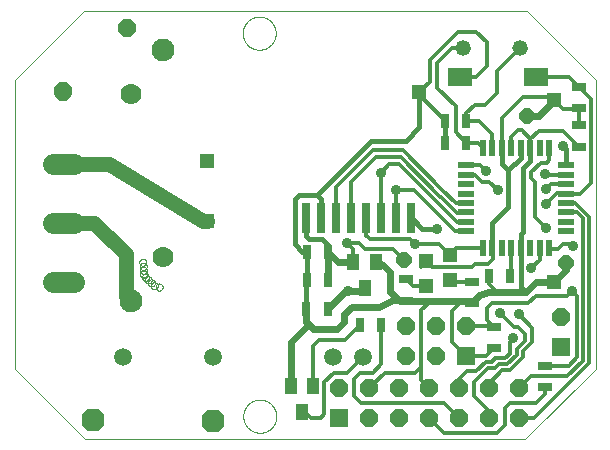
<source format=gtl>
G75*
%MOIN*%
%OFA0B0*%
%FSLAX25Y25*%
%IPPOS*%
%LPD*%
%AMOC8*
5,1,8,0,0,1.08239X$1,22.5*
%
%ADD10C,0.00000*%
%ADD11R,0.02000X0.05800*%
%ADD12R,0.05800X0.02000*%
%ADD13R,0.03150X0.04724*%
%ADD14R,0.04724X0.03150*%
%ADD15C,0.07600*%
%ADD16C,0.07000*%
%ADD17C,0.05200*%
%ADD18R,0.07874X0.06299*%
%ADD19C,0.01187*%
%ADD20R,0.04724X0.04724*%
%ADD21C,0.07050*%
%ADD22R,0.06000X0.06000*%
%ADD23OC8,0.06000*%
%ADD24OC8,0.07600*%
%ADD25OC8,0.05150*%
%ADD26R,0.03000X0.10000*%
%ADD27R,0.05150X0.05150*%
%ADD28R,0.03937X0.05512*%
%ADD29C,0.05937*%
%ADD30C,0.05000*%
%ADD31C,0.03562*%
%ADD32C,0.01600*%
%ADD33C,0.01200*%
%ADD34C,0.02400*%
D10*
X0001855Y0024792D02*
X0025398Y0001249D01*
X0172170Y0001249D01*
X0195713Y0024792D01*
X0195713Y0120934D01*
X0172564Y0144083D01*
X0025005Y0144083D01*
X0001855Y0120934D01*
X0001855Y0024792D01*
X0043627Y0056328D02*
X0043629Y0056397D01*
X0043635Y0056465D01*
X0043645Y0056533D01*
X0043659Y0056600D01*
X0043677Y0056667D01*
X0043698Y0056732D01*
X0043724Y0056796D01*
X0043753Y0056858D01*
X0043785Y0056918D01*
X0043821Y0056977D01*
X0043861Y0057033D01*
X0043903Y0057087D01*
X0043949Y0057138D01*
X0043998Y0057187D01*
X0044049Y0057233D01*
X0044103Y0057275D01*
X0044159Y0057315D01*
X0044217Y0057351D01*
X0044278Y0057383D01*
X0044340Y0057412D01*
X0044404Y0057438D01*
X0044469Y0057459D01*
X0044536Y0057477D01*
X0044603Y0057491D01*
X0044671Y0057501D01*
X0044739Y0057507D01*
X0044808Y0057509D01*
X0044877Y0057507D01*
X0044945Y0057501D01*
X0045013Y0057491D01*
X0045080Y0057477D01*
X0045147Y0057459D01*
X0045212Y0057438D01*
X0045276Y0057412D01*
X0045338Y0057383D01*
X0045398Y0057351D01*
X0045457Y0057315D01*
X0045513Y0057275D01*
X0045567Y0057233D01*
X0045618Y0057187D01*
X0045667Y0057138D01*
X0045713Y0057087D01*
X0045755Y0057033D01*
X0045795Y0056977D01*
X0045831Y0056918D01*
X0045863Y0056858D01*
X0045892Y0056796D01*
X0045918Y0056732D01*
X0045939Y0056667D01*
X0045957Y0056600D01*
X0045971Y0056533D01*
X0045981Y0056465D01*
X0045987Y0056397D01*
X0045989Y0056328D01*
X0045987Y0056259D01*
X0045981Y0056191D01*
X0045971Y0056123D01*
X0045957Y0056056D01*
X0045939Y0055989D01*
X0045918Y0055924D01*
X0045892Y0055860D01*
X0045863Y0055798D01*
X0045831Y0055737D01*
X0045795Y0055679D01*
X0045755Y0055623D01*
X0045713Y0055569D01*
X0045667Y0055518D01*
X0045618Y0055469D01*
X0045567Y0055423D01*
X0045513Y0055381D01*
X0045457Y0055341D01*
X0045399Y0055305D01*
X0045338Y0055273D01*
X0045276Y0055244D01*
X0045212Y0055218D01*
X0045147Y0055197D01*
X0045080Y0055179D01*
X0045013Y0055165D01*
X0044945Y0055155D01*
X0044877Y0055149D01*
X0044808Y0055147D01*
X0044739Y0055149D01*
X0044671Y0055155D01*
X0044603Y0055165D01*
X0044536Y0055179D01*
X0044469Y0055197D01*
X0044404Y0055218D01*
X0044340Y0055244D01*
X0044278Y0055273D01*
X0044217Y0055305D01*
X0044159Y0055341D01*
X0044103Y0055381D01*
X0044049Y0055423D01*
X0043998Y0055469D01*
X0043949Y0055518D01*
X0043903Y0055569D01*
X0043861Y0055623D01*
X0043821Y0055679D01*
X0043785Y0055737D01*
X0043753Y0055798D01*
X0043724Y0055860D01*
X0043698Y0055924D01*
X0043677Y0055989D01*
X0043659Y0056056D01*
X0043645Y0056123D01*
X0043635Y0056191D01*
X0043629Y0056259D01*
X0043627Y0056328D01*
X0043528Y0057607D02*
X0043530Y0057676D01*
X0043536Y0057744D01*
X0043546Y0057812D01*
X0043560Y0057879D01*
X0043578Y0057946D01*
X0043599Y0058011D01*
X0043625Y0058075D01*
X0043654Y0058137D01*
X0043686Y0058197D01*
X0043722Y0058256D01*
X0043762Y0058312D01*
X0043804Y0058366D01*
X0043850Y0058417D01*
X0043899Y0058466D01*
X0043950Y0058512D01*
X0044004Y0058554D01*
X0044060Y0058594D01*
X0044118Y0058630D01*
X0044179Y0058662D01*
X0044241Y0058691D01*
X0044305Y0058717D01*
X0044370Y0058738D01*
X0044437Y0058756D01*
X0044504Y0058770D01*
X0044572Y0058780D01*
X0044640Y0058786D01*
X0044709Y0058788D01*
X0044778Y0058786D01*
X0044846Y0058780D01*
X0044914Y0058770D01*
X0044981Y0058756D01*
X0045048Y0058738D01*
X0045113Y0058717D01*
X0045177Y0058691D01*
X0045239Y0058662D01*
X0045299Y0058630D01*
X0045358Y0058594D01*
X0045414Y0058554D01*
X0045468Y0058512D01*
X0045519Y0058466D01*
X0045568Y0058417D01*
X0045614Y0058366D01*
X0045656Y0058312D01*
X0045696Y0058256D01*
X0045732Y0058197D01*
X0045764Y0058137D01*
X0045793Y0058075D01*
X0045819Y0058011D01*
X0045840Y0057946D01*
X0045858Y0057879D01*
X0045872Y0057812D01*
X0045882Y0057744D01*
X0045888Y0057676D01*
X0045890Y0057607D01*
X0045888Y0057538D01*
X0045882Y0057470D01*
X0045872Y0057402D01*
X0045858Y0057335D01*
X0045840Y0057268D01*
X0045819Y0057203D01*
X0045793Y0057139D01*
X0045764Y0057077D01*
X0045732Y0057016D01*
X0045696Y0056958D01*
X0045656Y0056902D01*
X0045614Y0056848D01*
X0045568Y0056797D01*
X0045519Y0056748D01*
X0045468Y0056702D01*
X0045414Y0056660D01*
X0045358Y0056620D01*
X0045300Y0056584D01*
X0045239Y0056552D01*
X0045177Y0056523D01*
X0045113Y0056497D01*
X0045048Y0056476D01*
X0044981Y0056458D01*
X0044914Y0056444D01*
X0044846Y0056434D01*
X0044778Y0056428D01*
X0044709Y0056426D01*
X0044640Y0056428D01*
X0044572Y0056434D01*
X0044504Y0056444D01*
X0044437Y0056458D01*
X0044370Y0056476D01*
X0044305Y0056497D01*
X0044241Y0056523D01*
X0044179Y0056552D01*
X0044118Y0056584D01*
X0044060Y0056620D01*
X0044004Y0056660D01*
X0043950Y0056702D01*
X0043899Y0056748D01*
X0043850Y0056797D01*
X0043804Y0056848D01*
X0043762Y0056902D01*
X0043722Y0056958D01*
X0043686Y0057016D01*
X0043654Y0057077D01*
X0043625Y0057139D01*
X0043599Y0057203D01*
X0043578Y0057268D01*
X0043560Y0057335D01*
X0043546Y0057402D01*
X0043536Y0057470D01*
X0043530Y0057538D01*
X0043528Y0057607D01*
X0043528Y0058887D02*
X0043530Y0058956D01*
X0043536Y0059024D01*
X0043546Y0059092D01*
X0043560Y0059159D01*
X0043578Y0059226D01*
X0043599Y0059291D01*
X0043625Y0059355D01*
X0043654Y0059417D01*
X0043686Y0059477D01*
X0043722Y0059536D01*
X0043762Y0059592D01*
X0043804Y0059646D01*
X0043850Y0059697D01*
X0043899Y0059746D01*
X0043950Y0059792D01*
X0044004Y0059834D01*
X0044060Y0059874D01*
X0044118Y0059910D01*
X0044179Y0059942D01*
X0044241Y0059971D01*
X0044305Y0059997D01*
X0044370Y0060018D01*
X0044437Y0060036D01*
X0044504Y0060050D01*
X0044572Y0060060D01*
X0044640Y0060066D01*
X0044709Y0060068D01*
X0044778Y0060066D01*
X0044846Y0060060D01*
X0044914Y0060050D01*
X0044981Y0060036D01*
X0045048Y0060018D01*
X0045113Y0059997D01*
X0045177Y0059971D01*
X0045239Y0059942D01*
X0045299Y0059910D01*
X0045358Y0059874D01*
X0045414Y0059834D01*
X0045468Y0059792D01*
X0045519Y0059746D01*
X0045568Y0059697D01*
X0045614Y0059646D01*
X0045656Y0059592D01*
X0045696Y0059536D01*
X0045732Y0059477D01*
X0045764Y0059417D01*
X0045793Y0059355D01*
X0045819Y0059291D01*
X0045840Y0059226D01*
X0045858Y0059159D01*
X0045872Y0059092D01*
X0045882Y0059024D01*
X0045888Y0058956D01*
X0045890Y0058887D01*
X0045888Y0058818D01*
X0045882Y0058750D01*
X0045872Y0058682D01*
X0045858Y0058615D01*
X0045840Y0058548D01*
X0045819Y0058483D01*
X0045793Y0058419D01*
X0045764Y0058357D01*
X0045732Y0058296D01*
X0045696Y0058238D01*
X0045656Y0058182D01*
X0045614Y0058128D01*
X0045568Y0058077D01*
X0045519Y0058028D01*
X0045468Y0057982D01*
X0045414Y0057940D01*
X0045358Y0057900D01*
X0045300Y0057864D01*
X0045239Y0057832D01*
X0045177Y0057803D01*
X0045113Y0057777D01*
X0045048Y0057756D01*
X0044981Y0057738D01*
X0044914Y0057724D01*
X0044846Y0057714D01*
X0044778Y0057708D01*
X0044709Y0057706D01*
X0044640Y0057708D01*
X0044572Y0057714D01*
X0044504Y0057724D01*
X0044437Y0057738D01*
X0044370Y0057756D01*
X0044305Y0057777D01*
X0044241Y0057803D01*
X0044179Y0057832D01*
X0044118Y0057864D01*
X0044060Y0057900D01*
X0044004Y0057940D01*
X0043950Y0057982D01*
X0043899Y0058028D01*
X0043850Y0058077D01*
X0043804Y0058128D01*
X0043762Y0058182D01*
X0043722Y0058238D01*
X0043686Y0058296D01*
X0043654Y0058357D01*
X0043625Y0058419D01*
X0043599Y0058483D01*
X0043578Y0058548D01*
X0043560Y0058615D01*
X0043546Y0058682D01*
X0043536Y0058750D01*
X0043530Y0058818D01*
X0043528Y0058887D01*
X0043430Y0060265D02*
X0043432Y0060334D01*
X0043438Y0060402D01*
X0043448Y0060470D01*
X0043462Y0060537D01*
X0043480Y0060604D01*
X0043501Y0060669D01*
X0043527Y0060733D01*
X0043556Y0060795D01*
X0043588Y0060855D01*
X0043624Y0060914D01*
X0043664Y0060970D01*
X0043706Y0061024D01*
X0043752Y0061075D01*
X0043801Y0061124D01*
X0043852Y0061170D01*
X0043906Y0061212D01*
X0043962Y0061252D01*
X0044020Y0061288D01*
X0044081Y0061320D01*
X0044143Y0061349D01*
X0044207Y0061375D01*
X0044272Y0061396D01*
X0044339Y0061414D01*
X0044406Y0061428D01*
X0044474Y0061438D01*
X0044542Y0061444D01*
X0044611Y0061446D01*
X0044680Y0061444D01*
X0044748Y0061438D01*
X0044816Y0061428D01*
X0044883Y0061414D01*
X0044950Y0061396D01*
X0045015Y0061375D01*
X0045079Y0061349D01*
X0045141Y0061320D01*
X0045201Y0061288D01*
X0045260Y0061252D01*
X0045316Y0061212D01*
X0045370Y0061170D01*
X0045421Y0061124D01*
X0045470Y0061075D01*
X0045516Y0061024D01*
X0045558Y0060970D01*
X0045598Y0060914D01*
X0045634Y0060855D01*
X0045666Y0060795D01*
X0045695Y0060733D01*
X0045721Y0060669D01*
X0045742Y0060604D01*
X0045760Y0060537D01*
X0045774Y0060470D01*
X0045784Y0060402D01*
X0045790Y0060334D01*
X0045792Y0060265D01*
X0045790Y0060196D01*
X0045784Y0060128D01*
X0045774Y0060060D01*
X0045760Y0059993D01*
X0045742Y0059926D01*
X0045721Y0059861D01*
X0045695Y0059797D01*
X0045666Y0059735D01*
X0045634Y0059674D01*
X0045598Y0059616D01*
X0045558Y0059560D01*
X0045516Y0059506D01*
X0045470Y0059455D01*
X0045421Y0059406D01*
X0045370Y0059360D01*
X0045316Y0059318D01*
X0045260Y0059278D01*
X0045202Y0059242D01*
X0045141Y0059210D01*
X0045079Y0059181D01*
X0045015Y0059155D01*
X0044950Y0059134D01*
X0044883Y0059116D01*
X0044816Y0059102D01*
X0044748Y0059092D01*
X0044680Y0059086D01*
X0044611Y0059084D01*
X0044542Y0059086D01*
X0044474Y0059092D01*
X0044406Y0059102D01*
X0044339Y0059116D01*
X0044272Y0059134D01*
X0044207Y0059155D01*
X0044143Y0059181D01*
X0044081Y0059210D01*
X0044020Y0059242D01*
X0043962Y0059278D01*
X0043906Y0059318D01*
X0043852Y0059360D01*
X0043801Y0059406D01*
X0043752Y0059455D01*
X0043706Y0059506D01*
X0043664Y0059560D01*
X0043624Y0059616D01*
X0043588Y0059674D01*
X0043556Y0059735D01*
X0043527Y0059797D01*
X0043501Y0059861D01*
X0043480Y0059926D01*
X0043462Y0059993D01*
X0043448Y0060060D01*
X0043438Y0060128D01*
X0043432Y0060196D01*
X0043430Y0060265D01*
X0044316Y0055245D02*
X0044318Y0055314D01*
X0044324Y0055382D01*
X0044334Y0055450D01*
X0044348Y0055517D01*
X0044366Y0055584D01*
X0044387Y0055649D01*
X0044413Y0055713D01*
X0044442Y0055775D01*
X0044474Y0055835D01*
X0044510Y0055894D01*
X0044550Y0055950D01*
X0044592Y0056004D01*
X0044638Y0056055D01*
X0044687Y0056104D01*
X0044738Y0056150D01*
X0044792Y0056192D01*
X0044848Y0056232D01*
X0044906Y0056268D01*
X0044967Y0056300D01*
X0045029Y0056329D01*
X0045093Y0056355D01*
X0045158Y0056376D01*
X0045225Y0056394D01*
X0045292Y0056408D01*
X0045360Y0056418D01*
X0045428Y0056424D01*
X0045497Y0056426D01*
X0045566Y0056424D01*
X0045634Y0056418D01*
X0045702Y0056408D01*
X0045769Y0056394D01*
X0045836Y0056376D01*
X0045901Y0056355D01*
X0045965Y0056329D01*
X0046027Y0056300D01*
X0046087Y0056268D01*
X0046146Y0056232D01*
X0046202Y0056192D01*
X0046256Y0056150D01*
X0046307Y0056104D01*
X0046356Y0056055D01*
X0046402Y0056004D01*
X0046444Y0055950D01*
X0046484Y0055894D01*
X0046520Y0055835D01*
X0046552Y0055775D01*
X0046581Y0055713D01*
X0046607Y0055649D01*
X0046628Y0055584D01*
X0046646Y0055517D01*
X0046660Y0055450D01*
X0046670Y0055382D01*
X0046676Y0055314D01*
X0046678Y0055245D01*
X0046676Y0055176D01*
X0046670Y0055108D01*
X0046660Y0055040D01*
X0046646Y0054973D01*
X0046628Y0054906D01*
X0046607Y0054841D01*
X0046581Y0054777D01*
X0046552Y0054715D01*
X0046520Y0054654D01*
X0046484Y0054596D01*
X0046444Y0054540D01*
X0046402Y0054486D01*
X0046356Y0054435D01*
X0046307Y0054386D01*
X0046256Y0054340D01*
X0046202Y0054298D01*
X0046146Y0054258D01*
X0046088Y0054222D01*
X0046027Y0054190D01*
X0045965Y0054161D01*
X0045901Y0054135D01*
X0045836Y0054114D01*
X0045769Y0054096D01*
X0045702Y0054082D01*
X0045634Y0054072D01*
X0045566Y0054066D01*
X0045497Y0054064D01*
X0045428Y0054066D01*
X0045360Y0054072D01*
X0045292Y0054082D01*
X0045225Y0054096D01*
X0045158Y0054114D01*
X0045093Y0054135D01*
X0045029Y0054161D01*
X0044967Y0054190D01*
X0044906Y0054222D01*
X0044848Y0054258D01*
X0044792Y0054298D01*
X0044738Y0054340D01*
X0044687Y0054386D01*
X0044638Y0054435D01*
X0044592Y0054486D01*
X0044550Y0054540D01*
X0044510Y0054596D01*
X0044474Y0054654D01*
X0044442Y0054715D01*
X0044413Y0054777D01*
X0044387Y0054841D01*
X0044366Y0054906D01*
X0044348Y0054973D01*
X0044334Y0055040D01*
X0044324Y0055108D01*
X0044318Y0055176D01*
X0044316Y0055245D01*
X0045202Y0054359D02*
X0045204Y0054428D01*
X0045210Y0054496D01*
X0045220Y0054564D01*
X0045234Y0054631D01*
X0045252Y0054698D01*
X0045273Y0054763D01*
X0045299Y0054827D01*
X0045328Y0054889D01*
X0045360Y0054949D01*
X0045396Y0055008D01*
X0045436Y0055064D01*
X0045478Y0055118D01*
X0045524Y0055169D01*
X0045573Y0055218D01*
X0045624Y0055264D01*
X0045678Y0055306D01*
X0045734Y0055346D01*
X0045792Y0055382D01*
X0045853Y0055414D01*
X0045915Y0055443D01*
X0045979Y0055469D01*
X0046044Y0055490D01*
X0046111Y0055508D01*
X0046178Y0055522D01*
X0046246Y0055532D01*
X0046314Y0055538D01*
X0046383Y0055540D01*
X0046452Y0055538D01*
X0046520Y0055532D01*
X0046588Y0055522D01*
X0046655Y0055508D01*
X0046722Y0055490D01*
X0046787Y0055469D01*
X0046851Y0055443D01*
X0046913Y0055414D01*
X0046973Y0055382D01*
X0047032Y0055346D01*
X0047088Y0055306D01*
X0047142Y0055264D01*
X0047193Y0055218D01*
X0047242Y0055169D01*
X0047288Y0055118D01*
X0047330Y0055064D01*
X0047370Y0055008D01*
X0047406Y0054949D01*
X0047438Y0054889D01*
X0047467Y0054827D01*
X0047493Y0054763D01*
X0047514Y0054698D01*
X0047532Y0054631D01*
X0047546Y0054564D01*
X0047556Y0054496D01*
X0047562Y0054428D01*
X0047564Y0054359D01*
X0047562Y0054290D01*
X0047556Y0054222D01*
X0047546Y0054154D01*
X0047532Y0054087D01*
X0047514Y0054020D01*
X0047493Y0053955D01*
X0047467Y0053891D01*
X0047438Y0053829D01*
X0047406Y0053768D01*
X0047370Y0053710D01*
X0047330Y0053654D01*
X0047288Y0053600D01*
X0047242Y0053549D01*
X0047193Y0053500D01*
X0047142Y0053454D01*
X0047088Y0053412D01*
X0047032Y0053372D01*
X0046974Y0053336D01*
X0046913Y0053304D01*
X0046851Y0053275D01*
X0046787Y0053249D01*
X0046722Y0053228D01*
X0046655Y0053210D01*
X0046588Y0053196D01*
X0046520Y0053186D01*
X0046452Y0053180D01*
X0046383Y0053178D01*
X0046314Y0053180D01*
X0046246Y0053186D01*
X0046178Y0053196D01*
X0046111Y0053210D01*
X0046044Y0053228D01*
X0045979Y0053249D01*
X0045915Y0053275D01*
X0045853Y0053304D01*
X0045792Y0053336D01*
X0045734Y0053372D01*
X0045678Y0053412D01*
X0045624Y0053454D01*
X0045573Y0053500D01*
X0045524Y0053549D01*
X0045478Y0053600D01*
X0045436Y0053654D01*
X0045396Y0053710D01*
X0045360Y0053768D01*
X0045328Y0053829D01*
X0045299Y0053891D01*
X0045273Y0053955D01*
X0045252Y0054020D01*
X0045234Y0054087D01*
X0045220Y0054154D01*
X0045210Y0054222D01*
X0045204Y0054290D01*
X0045202Y0054359D01*
X0046284Y0053375D02*
X0046286Y0053444D01*
X0046292Y0053512D01*
X0046302Y0053580D01*
X0046316Y0053647D01*
X0046334Y0053714D01*
X0046355Y0053779D01*
X0046381Y0053843D01*
X0046410Y0053905D01*
X0046442Y0053965D01*
X0046478Y0054024D01*
X0046518Y0054080D01*
X0046560Y0054134D01*
X0046606Y0054185D01*
X0046655Y0054234D01*
X0046706Y0054280D01*
X0046760Y0054322D01*
X0046816Y0054362D01*
X0046874Y0054398D01*
X0046935Y0054430D01*
X0046997Y0054459D01*
X0047061Y0054485D01*
X0047126Y0054506D01*
X0047193Y0054524D01*
X0047260Y0054538D01*
X0047328Y0054548D01*
X0047396Y0054554D01*
X0047465Y0054556D01*
X0047534Y0054554D01*
X0047602Y0054548D01*
X0047670Y0054538D01*
X0047737Y0054524D01*
X0047804Y0054506D01*
X0047869Y0054485D01*
X0047933Y0054459D01*
X0047995Y0054430D01*
X0048055Y0054398D01*
X0048114Y0054362D01*
X0048170Y0054322D01*
X0048224Y0054280D01*
X0048275Y0054234D01*
X0048324Y0054185D01*
X0048370Y0054134D01*
X0048412Y0054080D01*
X0048452Y0054024D01*
X0048488Y0053965D01*
X0048520Y0053905D01*
X0048549Y0053843D01*
X0048575Y0053779D01*
X0048596Y0053714D01*
X0048614Y0053647D01*
X0048628Y0053580D01*
X0048638Y0053512D01*
X0048644Y0053444D01*
X0048646Y0053375D01*
X0048644Y0053306D01*
X0048638Y0053238D01*
X0048628Y0053170D01*
X0048614Y0053103D01*
X0048596Y0053036D01*
X0048575Y0052971D01*
X0048549Y0052907D01*
X0048520Y0052845D01*
X0048488Y0052784D01*
X0048452Y0052726D01*
X0048412Y0052670D01*
X0048370Y0052616D01*
X0048324Y0052565D01*
X0048275Y0052516D01*
X0048224Y0052470D01*
X0048170Y0052428D01*
X0048114Y0052388D01*
X0048056Y0052352D01*
X0047995Y0052320D01*
X0047933Y0052291D01*
X0047869Y0052265D01*
X0047804Y0052244D01*
X0047737Y0052226D01*
X0047670Y0052212D01*
X0047602Y0052202D01*
X0047534Y0052196D01*
X0047465Y0052194D01*
X0047396Y0052196D01*
X0047328Y0052202D01*
X0047260Y0052212D01*
X0047193Y0052226D01*
X0047126Y0052244D01*
X0047061Y0052265D01*
X0046997Y0052291D01*
X0046935Y0052320D01*
X0046874Y0052352D01*
X0046816Y0052388D01*
X0046760Y0052428D01*
X0046706Y0052470D01*
X0046655Y0052516D01*
X0046606Y0052565D01*
X0046560Y0052616D01*
X0046518Y0052670D01*
X0046478Y0052726D01*
X0046442Y0052784D01*
X0046410Y0052845D01*
X0046381Y0052907D01*
X0046355Y0052971D01*
X0046334Y0053036D01*
X0046316Y0053103D01*
X0046302Y0053170D01*
X0046292Y0053238D01*
X0046286Y0053306D01*
X0046284Y0053375D01*
X0047269Y0052391D02*
X0047271Y0052460D01*
X0047277Y0052528D01*
X0047287Y0052596D01*
X0047301Y0052663D01*
X0047319Y0052730D01*
X0047340Y0052795D01*
X0047366Y0052859D01*
X0047395Y0052921D01*
X0047427Y0052981D01*
X0047463Y0053040D01*
X0047503Y0053096D01*
X0047545Y0053150D01*
X0047591Y0053201D01*
X0047640Y0053250D01*
X0047691Y0053296D01*
X0047745Y0053338D01*
X0047801Y0053378D01*
X0047859Y0053414D01*
X0047920Y0053446D01*
X0047982Y0053475D01*
X0048046Y0053501D01*
X0048111Y0053522D01*
X0048178Y0053540D01*
X0048245Y0053554D01*
X0048313Y0053564D01*
X0048381Y0053570D01*
X0048450Y0053572D01*
X0048519Y0053570D01*
X0048587Y0053564D01*
X0048655Y0053554D01*
X0048722Y0053540D01*
X0048789Y0053522D01*
X0048854Y0053501D01*
X0048918Y0053475D01*
X0048980Y0053446D01*
X0049040Y0053414D01*
X0049099Y0053378D01*
X0049155Y0053338D01*
X0049209Y0053296D01*
X0049260Y0053250D01*
X0049309Y0053201D01*
X0049355Y0053150D01*
X0049397Y0053096D01*
X0049437Y0053040D01*
X0049473Y0052981D01*
X0049505Y0052921D01*
X0049534Y0052859D01*
X0049560Y0052795D01*
X0049581Y0052730D01*
X0049599Y0052663D01*
X0049613Y0052596D01*
X0049623Y0052528D01*
X0049629Y0052460D01*
X0049631Y0052391D01*
X0049629Y0052322D01*
X0049623Y0052254D01*
X0049613Y0052186D01*
X0049599Y0052119D01*
X0049581Y0052052D01*
X0049560Y0051987D01*
X0049534Y0051923D01*
X0049505Y0051861D01*
X0049473Y0051800D01*
X0049437Y0051742D01*
X0049397Y0051686D01*
X0049355Y0051632D01*
X0049309Y0051581D01*
X0049260Y0051532D01*
X0049209Y0051486D01*
X0049155Y0051444D01*
X0049099Y0051404D01*
X0049041Y0051368D01*
X0048980Y0051336D01*
X0048918Y0051307D01*
X0048854Y0051281D01*
X0048789Y0051260D01*
X0048722Y0051242D01*
X0048655Y0051228D01*
X0048587Y0051218D01*
X0048519Y0051212D01*
X0048450Y0051210D01*
X0048381Y0051212D01*
X0048313Y0051218D01*
X0048245Y0051228D01*
X0048178Y0051242D01*
X0048111Y0051260D01*
X0048046Y0051281D01*
X0047982Y0051307D01*
X0047920Y0051336D01*
X0047859Y0051368D01*
X0047801Y0051404D01*
X0047745Y0051444D01*
X0047691Y0051486D01*
X0047640Y0051532D01*
X0047591Y0051581D01*
X0047545Y0051632D01*
X0047503Y0051686D01*
X0047463Y0051742D01*
X0047427Y0051800D01*
X0047395Y0051861D01*
X0047366Y0051923D01*
X0047340Y0051987D01*
X0047319Y0052052D01*
X0047301Y0052119D01*
X0047287Y0052186D01*
X0047277Y0052254D01*
X0047271Y0052322D01*
X0047269Y0052391D01*
X0048843Y0051997D02*
X0048845Y0052066D01*
X0048851Y0052134D01*
X0048861Y0052202D01*
X0048875Y0052269D01*
X0048893Y0052336D01*
X0048914Y0052401D01*
X0048940Y0052465D01*
X0048969Y0052527D01*
X0049001Y0052587D01*
X0049037Y0052646D01*
X0049077Y0052702D01*
X0049119Y0052756D01*
X0049165Y0052807D01*
X0049214Y0052856D01*
X0049265Y0052902D01*
X0049319Y0052944D01*
X0049375Y0052984D01*
X0049433Y0053020D01*
X0049494Y0053052D01*
X0049556Y0053081D01*
X0049620Y0053107D01*
X0049685Y0053128D01*
X0049752Y0053146D01*
X0049819Y0053160D01*
X0049887Y0053170D01*
X0049955Y0053176D01*
X0050024Y0053178D01*
X0050093Y0053176D01*
X0050161Y0053170D01*
X0050229Y0053160D01*
X0050296Y0053146D01*
X0050363Y0053128D01*
X0050428Y0053107D01*
X0050492Y0053081D01*
X0050554Y0053052D01*
X0050614Y0053020D01*
X0050673Y0052984D01*
X0050729Y0052944D01*
X0050783Y0052902D01*
X0050834Y0052856D01*
X0050883Y0052807D01*
X0050929Y0052756D01*
X0050971Y0052702D01*
X0051011Y0052646D01*
X0051047Y0052587D01*
X0051079Y0052527D01*
X0051108Y0052465D01*
X0051134Y0052401D01*
X0051155Y0052336D01*
X0051173Y0052269D01*
X0051187Y0052202D01*
X0051197Y0052134D01*
X0051203Y0052066D01*
X0051205Y0051997D01*
X0051203Y0051928D01*
X0051197Y0051860D01*
X0051187Y0051792D01*
X0051173Y0051725D01*
X0051155Y0051658D01*
X0051134Y0051593D01*
X0051108Y0051529D01*
X0051079Y0051467D01*
X0051047Y0051406D01*
X0051011Y0051348D01*
X0050971Y0051292D01*
X0050929Y0051238D01*
X0050883Y0051187D01*
X0050834Y0051138D01*
X0050783Y0051092D01*
X0050729Y0051050D01*
X0050673Y0051010D01*
X0050615Y0050974D01*
X0050554Y0050942D01*
X0050492Y0050913D01*
X0050428Y0050887D01*
X0050363Y0050866D01*
X0050296Y0050848D01*
X0050229Y0050834D01*
X0050161Y0050824D01*
X0050093Y0050818D01*
X0050024Y0050816D01*
X0049955Y0050818D01*
X0049887Y0050824D01*
X0049819Y0050834D01*
X0049752Y0050848D01*
X0049685Y0050866D01*
X0049620Y0050887D01*
X0049556Y0050913D01*
X0049494Y0050942D01*
X0049433Y0050974D01*
X0049375Y0051010D01*
X0049319Y0051050D01*
X0049265Y0051092D01*
X0049214Y0051138D01*
X0049165Y0051187D01*
X0049119Y0051238D01*
X0049077Y0051292D01*
X0049037Y0051348D01*
X0049001Y0051406D01*
X0048969Y0051467D01*
X0048940Y0051529D01*
X0048914Y0051593D01*
X0048893Y0051658D01*
X0048875Y0051725D01*
X0048861Y0051792D01*
X0048851Y0051860D01*
X0048845Y0051928D01*
X0048843Y0051997D01*
X0078100Y0008929D02*
X0078102Y0009077D01*
X0078108Y0009225D01*
X0078118Y0009373D01*
X0078132Y0009520D01*
X0078150Y0009667D01*
X0078171Y0009813D01*
X0078197Y0009959D01*
X0078227Y0010104D01*
X0078260Y0010248D01*
X0078298Y0010391D01*
X0078339Y0010533D01*
X0078384Y0010674D01*
X0078432Y0010814D01*
X0078485Y0010953D01*
X0078541Y0011090D01*
X0078601Y0011225D01*
X0078664Y0011359D01*
X0078731Y0011491D01*
X0078802Y0011621D01*
X0078876Y0011749D01*
X0078953Y0011875D01*
X0079034Y0011999D01*
X0079118Y0012121D01*
X0079205Y0012240D01*
X0079296Y0012357D01*
X0079390Y0012472D01*
X0079486Y0012584D01*
X0079586Y0012694D01*
X0079688Y0012800D01*
X0079794Y0012904D01*
X0079902Y0013005D01*
X0080013Y0013103D01*
X0080126Y0013199D01*
X0080242Y0013291D01*
X0080360Y0013380D01*
X0080481Y0013465D01*
X0080604Y0013548D01*
X0080729Y0013627D01*
X0080856Y0013703D01*
X0080985Y0013775D01*
X0081116Y0013844D01*
X0081249Y0013909D01*
X0081384Y0013970D01*
X0081520Y0014028D01*
X0081657Y0014083D01*
X0081796Y0014133D01*
X0081937Y0014180D01*
X0082078Y0014223D01*
X0082221Y0014263D01*
X0082365Y0014298D01*
X0082509Y0014330D01*
X0082655Y0014357D01*
X0082801Y0014381D01*
X0082948Y0014401D01*
X0083095Y0014417D01*
X0083242Y0014429D01*
X0083390Y0014437D01*
X0083538Y0014441D01*
X0083686Y0014441D01*
X0083834Y0014437D01*
X0083982Y0014429D01*
X0084129Y0014417D01*
X0084276Y0014401D01*
X0084423Y0014381D01*
X0084569Y0014357D01*
X0084715Y0014330D01*
X0084859Y0014298D01*
X0085003Y0014263D01*
X0085146Y0014223D01*
X0085287Y0014180D01*
X0085428Y0014133D01*
X0085567Y0014083D01*
X0085704Y0014028D01*
X0085840Y0013970D01*
X0085975Y0013909D01*
X0086108Y0013844D01*
X0086239Y0013775D01*
X0086368Y0013703D01*
X0086495Y0013627D01*
X0086620Y0013548D01*
X0086743Y0013465D01*
X0086864Y0013380D01*
X0086982Y0013291D01*
X0087098Y0013199D01*
X0087211Y0013103D01*
X0087322Y0013005D01*
X0087430Y0012904D01*
X0087536Y0012800D01*
X0087638Y0012694D01*
X0087738Y0012584D01*
X0087834Y0012472D01*
X0087928Y0012357D01*
X0088019Y0012240D01*
X0088106Y0012121D01*
X0088190Y0011999D01*
X0088271Y0011875D01*
X0088348Y0011749D01*
X0088422Y0011621D01*
X0088493Y0011491D01*
X0088560Y0011359D01*
X0088623Y0011225D01*
X0088683Y0011090D01*
X0088739Y0010953D01*
X0088792Y0010814D01*
X0088840Y0010674D01*
X0088885Y0010533D01*
X0088926Y0010391D01*
X0088964Y0010248D01*
X0088997Y0010104D01*
X0089027Y0009959D01*
X0089053Y0009813D01*
X0089074Y0009667D01*
X0089092Y0009520D01*
X0089106Y0009373D01*
X0089116Y0009225D01*
X0089122Y0009077D01*
X0089124Y0008929D01*
X0089122Y0008781D01*
X0089116Y0008633D01*
X0089106Y0008485D01*
X0089092Y0008338D01*
X0089074Y0008191D01*
X0089053Y0008045D01*
X0089027Y0007899D01*
X0088997Y0007754D01*
X0088964Y0007610D01*
X0088926Y0007467D01*
X0088885Y0007325D01*
X0088840Y0007184D01*
X0088792Y0007044D01*
X0088739Y0006905D01*
X0088683Y0006768D01*
X0088623Y0006633D01*
X0088560Y0006499D01*
X0088493Y0006367D01*
X0088422Y0006237D01*
X0088348Y0006109D01*
X0088271Y0005983D01*
X0088190Y0005859D01*
X0088106Y0005737D01*
X0088019Y0005618D01*
X0087928Y0005501D01*
X0087834Y0005386D01*
X0087738Y0005274D01*
X0087638Y0005164D01*
X0087536Y0005058D01*
X0087430Y0004954D01*
X0087322Y0004853D01*
X0087211Y0004755D01*
X0087098Y0004659D01*
X0086982Y0004567D01*
X0086864Y0004478D01*
X0086743Y0004393D01*
X0086620Y0004310D01*
X0086495Y0004231D01*
X0086368Y0004155D01*
X0086239Y0004083D01*
X0086108Y0004014D01*
X0085975Y0003949D01*
X0085840Y0003888D01*
X0085704Y0003830D01*
X0085567Y0003775D01*
X0085428Y0003725D01*
X0085287Y0003678D01*
X0085146Y0003635D01*
X0085003Y0003595D01*
X0084859Y0003560D01*
X0084715Y0003528D01*
X0084569Y0003501D01*
X0084423Y0003477D01*
X0084276Y0003457D01*
X0084129Y0003441D01*
X0083982Y0003429D01*
X0083834Y0003421D01*
X0083686Y0003417D01*
X0083538Y0003417D01*
X0083390Y0003421D01*
X0083242Y0003429D01*
X0083095Y0003441D01*
X0082948Y0003457D01*
X0082801Y0003477D01*
X0082655Y0003501D01*
X0082509Y0003528D01*
X0082365Y0003560D01*
X0082221Y0003595D01*
X0082078Y0003635D01*
X0081937Y0003678D01*
X0081796Y0003725D01*
X0081657Y0003775D01*
X0081520Y0003830D01*
X0081384Y0003888D01*
X0081249Y0003949D01*
X0081116Y0004014D01*
X0080985Y0004083D01*
X0080856Y0004155D01*
X0080729Y0004231D01*
X0080604Y0004310D01*
X0080481Y0004393D01*
X0080360Y0004478D01*
X0080242Y0004567D01*
X0080126Y0004659D01*
X0080013Y0004755D01*
X0079902Y0004853D01*
X0079794Y0004954D01*
X0079688Y0005058D01*
X0079586Y0005164D01*
X0079486Y0005274D01*
X0079390Y0005386D01*
X0079296Y0005501D01*
X0079205Y0005618D01*
X0079118Y0005737D01*
X0079034Y0005859D01*
X0078953Y0005983D01*
X0078876Y0006109D01*
X0078802Y0006237D01*
X0078731Y0006367D01*
X0078664Y0006499D01*
X0078601Y0006633D01*
X0078541Y0006768D01*
X0078485Y0006905D01*
X0078432Y0007044D01*
X0078384Y0007184D01*
X0078339Y0007325D01*
X0078298Y0007467D01*
X0078260Y0007610D01*
X0078227Y0007754D01*
X0078197Y0007899D01*
X0078171Y0008045D01*
X0078150Y0008191D01*
X0078132Y0008338D01*
X0078118Y0008485D01*
X0078108Y0008633D01*
X0078102Y0008781D01*
X0078100Y0008929D01*
X0077903Y0136606D02*
X0077905Y0136754D01*
X0077911Y0136902D01*
X0077921Y0137050D01*
X0077935Y0137197D01*
X0077953Y0137344D01*
X0077974Y0137490D01*
X0078000Y0137636D01*
X0078030Y0137781D01*
X0078063Y0137925D01*
X0078101Y0138068D01*
X0078142Y0138210D01*
X0078187Y0138351D01*
X0078235Y0138491D01*
X0078288Y0138630D01*
X0078344Y0138767D01*
X0078404Y0138902D01*
X0078467Y0139036D01*
X0078534Y0139168D01*
X0078605Y0139298D01*
X0078679Y0139426D01*
X0078756Y0139552D01*
X0078837Y0139676D01*
X0078921Y0139798D01*
X0079008Y0139917D01*
X0079099Y0140034D01*
X0079193Y0140149D01*
X0079289Y0140261D01*
X0079389Y0140371D01*
X0079491Y0140477D01*
X0079597Y0140581D01*
X0079705Y0140682D01*
X0079816Y0140780D01*
X0079929Y0140876D01*
X0080045Y0140968D01*
X0080163Y0141057D01*
X0080284Y0141142D01*
X0080407Y0141225D01*
X0080532Y0141304D01*
X0080659Y0141380D01*
X0080788Y0141452D01*
X0080919Y0141521D01*
X0081052Y0141586D01*
X0081187Y0141647D01*
X0081323Y0141705D01*
X0081460Y0141760D01*
X0081599Y0141810D01*
X0081740Y0141857D01*
X0081881Y0141900D01*
X0082024Y0141940D01*
X0082168Y0141975D01*
X0082312Y0142007D01*
X0082458Y0142034D01*
X0082604Y0142058D01*
X0082751Y0142078D01*
X0082898Y0142094D01*
X0083045Y0142106D01*
X0083193Y0142114D01*
X0083341Y0142118D01*
X0083489Y0142118D01*
X0083637Y0142114D01*
X0083785Y0142106D01*
X0083932Y0142094D01*
X0084079Y0142078D01*
X0084226Y0142058D01*
X0084372Y0142034D01*
X0084518Y0142007D01*
X0084662Y0141975D01*
X0084806Y0141940D01*
X0084949Y0141900D01*
X0085090Y0141857D01*
X0085231Y0141810D01*
X0085370Y0141760D01*
X0085507Y0141705D01*
X0085643Y0141647D01*
X0085778Y0141586D01*
X0085911Y0141521D01*
X0086042Y0141452D01*
X0086171Y0141380D01*
X0086298Y0141304D01*
X0086423Y0141225D01*
X0086546Y0141142D01*
X0086667Y0141057D01*
X0086785Y0140968D01*
X0086901Y0140876D01*
X0087014Y0140780D01*
X0087125Y0140682D01*
X0087233Y0140581D01*
X0087339Y0140477D01*
X0087441Y0140371D01*
X0087541Y0140261D01*
X0087637Y0140149D01*
X0087731Y0140034D01*
X0087822Y0139917D01*
X0087909Y0139798D01*
X0087993Y0139676D01*
X0088074Y0139552D01*
X0088151Y0139426D01*
X0088225Y0139298D01*
X0088296Y0139168D01*
X0088363Y0139036D01*
X0088426Y0138902D01*
X0088486Y0138767D01*
X0088542Y0138630D01*
X0088595Y0138491D01*
X0088643Y0138351D01*
X0088688Y0138210D01*
X0088729Y0138068D01*
X0088767Y0137925D01*
X0088800Y0137781D01*
X0088830Y0137636D01*
X0088856Y0137490D01*
X0088877Y0137344D01*
X0088895Y0137197D01*
X0088909Y0137050D01*
X0088919Y0136902D01*
X0088925Y0136754D01*
X0088927Y0136606D01*
X0088925Y0136458D01*
X0088919Y0136310D01*
X0088909Y0136162D01*
X0088895Y0136015D01*
X0088877Y0135868D01*
X0088856Y0135722D01*
X0088830Y0135576D01*
X0088800Y0135431D01*
X0088767Y0135287D01*
X0088729Y0135144D01*
X0088688Y0135002D01*
X0088643Y0134861D01*
X0088595Y0134721D01*
X0088542Y0134582D01*
X0088486Y0134445D01*
X0088426Y0134310D01*
X0088363Y0134176D01*
X0088296Y0134044D01*
X0088225Y0133914D01*
X0088151Y0133786D01*
X0088074Y0133660D01*
X0087993Y0133536D01*
X0087909Y0133414D01*
X0087822Y0133295D01*
X0087731Y0133178D01*
X0087637Y0133063D01*
X0087541Y0132951D01*
X0087441Y0132841D01*
X0087339Y0132735D01*
X0087233Y0132631D01*
X0087125Y0132530D01*
X0087014Y0132432D01*
X0086901Y0132336D01*
X0086785Y0132244D01*
X0086667Y0132155D01*
X0086546Y0132070D01*
X0086423Y0131987D01*
X0086298Y0131908D01*
X0086171Y0131832D01*
X0086042Y0131760D01*
X0085911Y0131691D01*
X0085778Y0131626D01*
X0085643Y0131565D01*
X0085507Y0131507D01*
X0085370Y0131452D01*
X0085231Y0131402D01*
X0085090Y0131355D01*
X0084949Y0131312D01*
X0084806Y0131272D01*
X0084662Y0131237D01*
X0084518Y0131205D01*
X0084372Y0131178D01*
X0084226Y0131154D01*
X0084079Y0131134D01*
X0083932Y0131118D01*
X0083785Y0131106D01*
X0083637Y0131098D01*
X0083489Y0131094D01*
X0083341Y0131094D01*
X0083193Y0131098D01*
X0083045Y0131106D01*
X0082898Y0131118D01*
X0082751Y0131134D01*
X0082604Y0131154D01*
X0082458Y0131178D01*
X0082312Y0131205D01*
X0082168Y0131237D01*
X0082024Y0131272D01*
X0081881Y0131312D01*
X0081740Y0131355D01*
X0081599Y0131402D01*
X0081460Y0131452D01*
X0081323Y0131507D01*
X0081187Y0131565D01*
X0081052Y0131626D01*
X0080919Y0131691D01*
X0080788Y0131760D01*
X0080659Y0131832D01*
X0080532Y0131908D01*
X0080407Y0131987D01*
X0080284Y0132070D01*
X0080163Y0132155D01*
X0080045Y0132244D01*
X0079929Y0132336D01*
X0079816Y0132432D01*
X0079705Y0132530D01*
X0079597Y0132631D01*
X0079491Y0132735D01*
X0079389Y0132841D01*
X0079289Y0132951D01*
X0079193Y0133063D01*
X0079099Y0133178D01*
X0079008Y0133295D01*
X0078921Y0133414D01*
X0078837Y0133536D01*
X0078756Y0133660D01*
X0078679Y0133786D01*
X0078605Y0133914D01*
X0078534Y0134044D01*
X0078467Y0134176D01*
X0078404Y0134310D01*
X0078344Y0134445D01*
X0078288Y0134582D01*
X0078235Y0134721D01*
X0078187Y0134861D01*
X0078142Y0135002D01*
X0078101Y0135144D01*
X0078063Y0135287D01*
X0078030Y0135431D01*
X0078000Y0135576D01*
X0077974Y0135722D01*
X0077953Y0135868D01*
X0077935Y0136015D01*
X0077921Y0136162D01*
X0077911Y0136310D01*
X0077905Y0136458D01*
X0077903Y0136606D01*
D11*
X0158020Y0098264D03*
X0161120Y0098264D03*
X0164320Y0098264D03*
X0167420Y0098264D03*
X0170620Y0098264D03*
X0173720Y0098264D03*
X0176920Y0098264D03*
X0180020Y0098264D03*
X0180020Y0064864D03*
X0176920Y0064864D03*
X0173720Y0064864D03*
X0170620Y0064864D03*
X0167420Y0064864D03*
X0164320Y0064864D03*
X0161120Y0064864D03*
X0158020Y0064864D03*
D12*
X0152320Y0070564D03*
X0152320Y0073664D03*
X0152320Y0076864D03*
X0152320Y0079964D03*
X0152320Y0083164D03*
X0152320Y0086264D03*
X0152320Y0089464D03*
X0152320Y0092564D03*
X0185720Y0092564D03*
X0185720Y0089464D03*
X0185720Y0086264D03*
X0185720Y0083164D03*
X0185720Y0079964D03*
X0185720Y0076864D03*
X0185720Y0073664D03*
X0185720Y0070564D03*
D13*
X0166973Y0055540D03*
X0159887Y0055540D03*
X0123942Y0039202D03*
X0116855Y0039202D03*
X0106225Y0044792D03*
X0099139Y0044792D03*
X0099217Y0054477D03*
X0106304Y0054477D03*
X0106265Y0063808D03*
X0099178Y0063808D03*
X0145359Y0099989D03*
X0152446Y0099989D03*
X0152485Y0107372D03*
X0145398Y0107372D03*
D14*
X0189965Y0105894D03*
X0190005Y0111524D03*
X0190005Y0118611D03*
X0189965Y0098808D03*
X0132461Y0054536D03*
X0132461Y0047450D03*
X0154217Y0046643D03*
X0154217Y0053729D03*
X0161839Y0038621D03*
X0161839Y0031535D03*
X0178666Y0025816D03*
X0178666Y0018729D03*
D15*
X0040744Y0047365D03*
X0051476Y0130863D03*
D16*
X0040744Y0116199D03*
X0051476Y0062028D03*
D17*
X0151450Y0131800D03*
X0170450Y0131800D03*
D18*
X0175831Y0122076D03*
X0150241Y0122076D03*
D19*
X0037560Y0138030D02*
X0036966Y0137436D01*
X0036966Y0139404D01*
X0038356Y0140794D01*
X0040324Y0140794D01*
X0041714Y0139404D01*
X0041714Y0137436D01*
X0040324Y0136046D01*
X0038356Y0136046D01*
X0036966Y0137436D01*
X0037857Y0137805D01*
X0037857Y0139035D01*
X0038725Y0139903D01*
X0039955Y0139903D01*
X0040823Y0139035D01*
X0040823Y0137805D01*
X0039955Y0136937D01*
X0038725Y0136937D01*
X0037857Y0137805D01*
X0038748Y0138174D01*
X0038748Y0138666D01*
X0039094Y0139012D01*
X0039586Y0139012D01*
X0039932Y0138666D01*
X0039932Y0138174D01*
X0039586Y0137828D01*
X0039094Y0137828D01*
X0038748Y0138174D01*
X0016347Y0116817D02*
X0015753Y0116223D01*
X0015753Y0118191D01*
X0017143Y0119581D01*
X0019111Y0119581D01*
X0020501Y0118191D01*
X0020501Y0116223D01*
X0019111Y0114833D01*
X0017143Y0114833D01*
X0015753Y0116223D01*
X0016644Y0116592D01*
X0016644Y0117822D01*
X0017512Y0118690D01*
X0018742Y0118690D01*
X0019610Y0117822D01*
X0019610Y0116592D01*
X0018742Y0115724D01*
X0017512Y0115724D01*
X0016644Y0116592D01*
X0017535Y0116961D01*
X0017535Y0117453D01*
X0017881Y0117799D01*
X0018373Y0117799D01*
X0018719Y0117453D01*
X0018719Y0116961D01*
X0018373Y0116615D01*
X0017881Y0116615D01*
X0017535Y0116961D01*
D20*
X0139139Y0060698D03*
X0146934Y0062745D03*
X0146934Y0054477D03*
X0139139Y0052430D03*
D21*
X0021758Y0053729D02*
X0014708Y0053729D01*
X0014708Y0073414D02*
X0021758Y0073414D01*
X0021758Y0093099D02*
X0014708Y0093099D01*
D22*
X0110083Y0008217D03*
X0152446Y0028847D03*
X0183981Y0032115D03*
D23*
X0183981Y0042115D03*
X0170083Y0018217D03*
X0160083Y0018217D03*
X0150083Y0018217D03*
X0140083Y0018217D03*
X0130083Y0018217D03*
X0120083Y0018217D03*
X0110083Y0018217D03*
X0120083Y0008217D03*
X0130083Y0008217D03*
X0140083Y0008217D03*
X0150083Y0008217D03*
X0160083Y0008217D03*
X0170083Y0008217D03*
X0142446Y0028847D03*
X0132446Y0028847D03*
X0132446Y0038847D03*
X0142446Y0038847D03*
X0152446Y0038847D03*
D24*
X0068076Y0007391D03*
X0027918Y0007706D03*
D25*
X0131816Y0060855D03*
X0185674Y0060146D03*
X0172839Y0109123D03*
D26*
X0134099Y0075146D03*
X0129099Y0075146D03*
X0124099Y0075146D03*
X0119099Y0075146D03*
X0114099Y0075146D03*
X0109099Y0075146D03*
X0104099Y0075146D03*
X0099099Y0075146D03*
D27*
X0065989Y0074162D03*
X0065989Y0093847D03*
X0136560Y0116977D03*
X0181737Y0114320D03*
X0181737Y0053690D03*
D28*
X0122288Y0060383D03*
X0114808Y0060383D03*
X0118548Y0051721D03*
X0101383Y0019123D03*
X0093902Y0019123D03*
X0097643Y0010461D03*
D29*
X0107879Y0028572D03*
X0117879Y0028572D03*
X0067879Y0028572D03*
X0037879Y0028572D03*
D30*
X0040744Y0047365D02*
X0038981Y0049128D01*
X0038981Y0062902D01*
X0028469Y0073414D01*
X0018233Y0073414D01*
X0018233Y0093099D02*
X0018272Y0093139D01*
X0033391Y0093139D01*
X0064572Y0074162D01*
X0065989Y0074162D01*
D31*
X0112564Y0066800D03*
X0112918Y0050619D03*
X0135241Y0066446D03*
X0142682Y0071485D03*
X0129099Y0084438D03*
X0124060Y0090146D03*
X0158981Y0090580D03*
X0162879Y0084438D03*
X0178587Y0089831D03*
X0179139Y0084517D03*
X0179060Y0079753D03*
X0178902Y0071682D03*
X0188115Y0065580D03*
X0174139Y0058296D03*
X0187721Y0050619D03*
X0169847Y0042942D03*
X0163784Y0043375D03*
X0168036Y0034871D03*
X0184532Y0099005D03*
D32*
X0185720Y0097895D01*
X0185720Y0092564D01*
X0173745Y0094123D02*
X0173745Y0098239D01*
X0173720Y0098264D01*
X0170620Y0098264D02*
X0170620Y0095014D01*
X0166454Y0090848D01*
X0166454Y0078662D01*
X0161107Y0073315D01*
X0161120Y0064864D01*
X0170620Y0064864D02*
X0170635Y0064878D01*
X0170635Y0052154D01*
X0172446Y0050343D01*
X0170635Y0064878D02*
X0170635Y0069635D01*
X0171343Y0070343D01*
X0171343Y0091721D01*
X0173745Y0094123D01*
X0166454Y0090848D02*
X0164320Y0092981D01*
X0164320Y0098264D01*
X0145359Y0099989D02*
X0145359Y0107332D01*
X0145398Y0107372D01*
X0136816Y0105265D02*
X0136816Y0116170D01*
X0136560Y0116977D01*
X0136816Y0105265D02*
X0132328Y0100776D01*
X0120713Y0100776D01*
X0102643Y0082706D01*
X0104099Y0081249D01*
X0104099Y0075146D01*
X0099139Y0072902D02*
X0099099Y0072942D01*
X0099099Y0070934D01*
X0099139Y0072902D02*
X0099139Y0068847D01*
X0100044Y0067942D01*
X0104257Y0067942D01*
X0106265Y0065934D01*
X0106265Y0063808D01*
X0099217Y0063769D02*
X0099217Y0054477D01*
X0099139Y0055186D01*
X0099139Y0044792D01*
X0099217Y0063769D02*
X0099178Y0063808D01*
X0097839Y0063808D01*
X0095320Y0066328D01*
X0095320Y0081249D01*
X0096776Y0082706D01*
X0102643Y0082706D01*
X0134099Y0075146D02*
X0134178Y0075146D01*
X0137839Y0071485D01*
X0142682Y0071485D01*
X0170635Y0064878D02*
X0170674Y0064917D01*
D33*
X0167524Y0064968D02*
X0167420Y0064864D01*
X0167420Y0055594D01*
X0166973Y0055540D01*
X0162524Y0050343D02*
X0159887Y0052981D01*
X0159887Y0055540D01*
X0159769Y0059674D02*
X0155438Y0059674D01*
X0154493Y0058729D01*
X0141107Y0058729D01*
X0139139Y0060698D01*
X0137249Y0058808D01*
X0131816Y0060855D02*
X0127879Y0064792D01*
X0118824Y0064792D01*
X0116816Y0066800D01*
X0112564Y0066800D01*
X0114808Y0064556D01*
X0114808Y0060383D01*
X0120398Y0067942D02*
X0133745Y0067942D01*
X0135241Y0066446D01*
X0143233Y0066446D01*
X0146934Y0062745D01*
X0149053Y0064864D01*
X0158020Y0064864D01*
X0161120Y0064864D02*
X0161343Y0064641D01*
X0161343Y0061249D01*
X0159769Y0059674D01*
X0161186Y0064798D02*
X0161120Y0064864D01*
X0152320Y0070564D02*
X0148800Y0070564D01*
X0135005Y0084398D01*
X0129099Y0084438D01*
X0129099Y0075146D01*
X0124099Y0075146D02*
X0124099Y0090107D01*
X0124060Y0090146D01*
X0126816Y0092902D01*
X0129926Y0092902D01*
X0149178Y0073650D01*
X0152307Y0073650D01*
X0152320Y0073664D01*
X0151035Y0073690D01*
X0151045Y0070580D02*
X0152320Y0070564D01*
X0152178Y0076721D02*
X0149217Y0076721D01*
X0143902Y0082036D01*
X0143824Y0082036D01*
X0130595Y0095265D01*
X0122485Y0095265D01*
X0114099Y0086879D01*
X0114099Y0075146D01*
X0118981Y0075265D02*
X0119099Y0075146D01*
X0119099Y0069162D01*
X0119178Y0069162D01*
X0120398Y0067942D01*
X0119099Y0071249D02*
X0119099Y0075146D01*
X0109099Y0075146D02*
X0109099Y0085383D01*
X0121383Y0097666D01*
X0131186Y0097666D01*
X0144454Y0084398D01*
X0144493Y0084398D01*
X0148942Y0079950D01*
X0152306Y0079950D01*
X0152320Y0079964D01*
X0152320Y0076864D02*
X0152178Y0076721D01*
X0152217Y0076761D02*
X0152320Y0076864D01*
X0160162Y0087154D02*
X0162879Y0084438D01*
X0160162Y0087154D02*
X0157643Y0087154D01*
X0155333Y0089464D01*
X0152320Y0089464D01*
X0152386Y0089398D01*
X0152320Y0092564D02*
X0156997Y0092564D01*
X0158981Y0090580D01*
X0158020Y0098264D02*
X0156295Y0099989D01*
X0152446Y0099989D01*
X0152446Y0100068D01*
X0148942Y0103572D01*
X0148942Y0112194D01*
X0142643Y0118493D01*
X0142643Y0126564D01*
X0147761Y0131682D01*
X0151331Y0131682D01*
X0151450Y0131800D01*
X0149769Y0137076D02*
X0155713Y0137076D01*
X0159217Y0133572D01*
X0159217Y0125540D01*
X0155753Y0122076D01*
X0150241Y0122076D01*
X0140359Y0120225D02*
X0136560Y0116977D01*
X0136560Y0116210D01*
X0145398Y0107372D01*
X0145398Y0107981D01*
X0152485Y0107372D02*
X0152485Y0109871D01*
X0155438Y0112824D01*
X0158587Y0112824D01*
X0162524Y0116761D01*
X0162524Y0123875D01*
X0170450Y0131800D01*
X0175831Y0122076D02*
X0186540Y0122076D01*
X0190005Y0118611D01*
X0194099Y0114517D01*
X0194099Y0086839D01*
X0190424Y0083164D01*
X0185720Y0083164D01*
X0185588Y0083296D01*
X0182603Y0083296D01*
X0179060Y0079753D01*
X0179139Y0084517D02*
X0180807Y0086224D01*
X0185720Y0086264D01*
X0185720Y0089464D02*
X0178955Y0089464D01*
X0178587Y0089831D01*
X0179296Y0093493D02*
X0177328Y0093493D01*
X0174099Y0090265D01*
X0174099Y0088257D01*
X0175359Y0086997D01*
X0175359Y0075225D01*
X0178902Y0071682D01*
X0184572Y0066367D02*
X0187328Y0066367D01*
X0188115Y0065580D01*
X0184572Y0066367D02*
X0182957Y0064753D01*
X0180131Y0064753D01*
X0180020Y0064864D01*
X0176973Y0064811D02*
X0176973Y0061131D01*
X0174139Y0058296D01*
X0176973Y0064811D02*
X0176920Y0064864D01*
X0185720Y0076864D02*
X0189272Y0076864D01*
X0191265Y0074871D01*
X0191265Y0027391D01*
X0186146Y0022272D01*
X0174139Y0022272D01*
X0170083Y0018217D01*
X0166855Y0013217D02*
X0175517Y0013217D01*
X0178666Y0016367D01*
X0178666Y0018729D01*
X0178666Y0025816D02*
X0186540Y0025816D01*
X0189296Y0028572D01*
X0189296Y0049044D01*
X0187721Y0050619D01*
X0186146Y0049044D01*
X0175517Y0049044D01*
X0173154Y0046682D01*
X0160950Y0046682D01*
X0159375Y0045107D01*
X0159375Y0041086D01*
X0161839Y0038621D01*
X0161613Y0038847D01*
X0152446Y0038847D01*
X0147564Y0043926D02*
X0147564Y0033729D01*
X0152446Y0028847D01*
X0159152Y0028847D01*
X0161839Y0031535D01*
X0162131Y0028178D02*
X0165280Y0028178D01*
X0166855Y0029753D01*
X0166855Y0033690D01*
X0168036Y0034871D01*
X0169217Y0031328D02*
X0171973Y0034083D01*
X0171973Y0036446D01*
X0169611Y0038808D01*
X0168351Y0038808D01*
X0163784Y0043375D01*
X0169847Y0042942D02*
X0170398Y0042391D01*
X0169847Y0042942D02*
X0174335Y0038454D01*
X0174335Y0033690D01*
X0171186Y0030540D01*
X0171186Y0028572D01*
X0166855Y0024241D01*
X0164493Y0024241D01*
X0160083Y0019831D01*
X0160083Y0018217D01*
X0155044Y0020304D02*
X0155044Y0015580D01*
X0160083Y0010540D01*
X0160083Y0008217D01*
X0162524Y0003375D02*
X0165280Y0006131D01*
X0165280Y0011643D01*
X0166855Y0013217D01*
X0170083Y0008217D02*
X0174847Y0008217D01*
X0193233Y0026603D01*
X0193233Y0075461D01*
X0188731Y0079964D01*
X0185720Y0079964D01*
X0179296Y0093493D02*
X0180083Y0094280D01*
X0180083Y0098201D01*
X0180020Y0098264D01*
X0173824Y0098367D02*
X0173720Y0098264D01*
X0173720Y0101431D01*
X0170871Y0104280D01*
X0169572Y0104280D01*
X0167406Y0102115D01*
X0167406Y0098278D01*
X0167420Y0098264D01*
X0164320Y0098264D02*
X0164320Y0108320D01*
X0171186Y0115186D01*
X0180871Y0115186D01*
X0181737Y0114320D01*
X0180792Y0115265D01*
X0181737Y0114320D02*
X0184690Y0111367D01*
X0189847Y0111367D01*
X0190005Y0111524D01*
X0189965Y0111485D01*
X0189965Y0105894D01*
X0184650Y0104123D02*
X0176658Y0104123D01*
X0173824Y0101288D01*
X0173824Y0098367D01*
X0184650Y0104123D02*
X0189965Y0098808D01*
X0191776Y0111249D02*
X0190005Y0111524D01*
X0161120Y0103046D02*
X0161120Y0098264D01*
X0161120Y0103046D02*
X0156776Y0107391D01*
X0152504Y0107391D01*
X0152485Y0107372D01*
X0140359Y0120225D02*
X0140359Y0127666D01*
X0149769Y0137076D01*
X0099099Y0075146D02*
X0099099Y0072942D01*
X0132461Y0054536D02*
X0134568Y0052430D01*
X0139139Y0052430D01*
X0139926Y0047450D02*
X0139926Y0046800D01*
X0137367Y0044241D01*
X0137367Y0025461D01*
X0137367Y0020934D01*
X0140083Y0018217D01*
X0145083Y0013217D02*
X0150083Y0008217D01*
X0144926Y0003375D02*
X0162524Y0003375D01*
X0144926Y0003375D02*
X0140083Y0008217D01*
X0145083Y0013217D02*
X0117249Y0013217D01*
X0114887Y0015580D01*
X0114887Y0021485D01*
X0116855Y0023454D01*
X0121186Y0023454D01*
X0123942Y0026209D01*
X0123942Y0039202D01*
X0116855Y0039202D02*
X0112131Y0034477D01*
X0103469Y0034477D01*
X0101383Y0032391D01*
X0101383Y0019123D01*
X0105044Y0020304D02*
X0105044Y0009674D01*
X0103863Y0008493D01*
X0100713Y0008493D01*
X0098745Y0010461D01*
X0097643Y0010461D01*
X0105044Y0020304D02*
X0108194Y0023454D01*
X0112761Y0023454D01*
X0117879Y0028572D01*
X0125320Y0023454D02*
X0135359Y0023454D01*
X0137367Y0025461D01*
X0125320Y0023454D02*
X0120083Y0018217D01*
X0150083Y0018217D02*
X0150083Y0021249D01*
X0152682Y0023847D01*
X0155831Y0023847D01*
X0158981Y0026997D01*
X0160950Y0026997D01*
X0162131Y0028178D01*
X0163312Y0026209D02*
X0162131Y0025028D01*
X0159769Y0025028D01*
X0155044Y0020304D01*
X0163312Y0026209D02*
X0166068Y0026209D01*
X0169217Y0029359D01*
X0169217Y0031328D01*
X0153902Y0046328D02*
X0154217Y0046643D01*
X0150713Y0047076D02*
X0150713Y0047450D01*
X0150713Y0047076D02*
X0147564Y0043926D01*
X0147682Y0053729D02*
X0146934Y0054477D01*
X0147682Y0053729D02*
X0154217Y0053729D01*
D34*
X0156816Y0049241D02*
X0159887Y0050343D01*
X0162524Y0050343D01*
X0172446Y0050343D01*
X0175792Y0053690D01*
X0181737Y0053690D01*
X0185674Y0057627D01*
X0185674Y0060146D01*
X0156816Y0049241D02*
X0155024Y0047450D01*
X0150713Y0047450D01*
X0139926Y0047450D01*
X0132461Y0047450D01*
X0130615Y0047450D01*
X0130359Y0047706D01*
X0130280Y0047627D01*
X0129926Y0047627D01*
X0127091Y0050461D01*
X0127091Y0056997D01*
X0124690Y0059398D01*
X0122288Y0060383D01*
X0114808Y0060383D02*
X0109690Y0060383D01*
X0106265Y0063808D01*
X0106265Y0055304D01*
X0106304Y0054477D01*
X0112052Y0050619D02*
X0112918Y0050619D01*
X0118115Y0050619D01*
X0118391Y0050894D01*
X0118548Y0051721D01*
X0112052Y0050619D02*
X0106225Y0044792D01*
X0111737Y0042863D02*
X0114375Y0045501D01*
X0123233Y0045501D01*
X0127918Y0047627D01*
X0129926Y0047627D01*
X0132406Y0047394D02*
X0132461Y0047450D01*
X0132442Y0047469D01*
X0114808Y0060383D02*
X0111422Y0060383D01*
X0099139Y0044792D02*
X0099139Y0040383D01*
X0099926Y0039595D01*
X0093902Y0033572D01*
X0093902Y0019123D01*
X0101501Y0038020D02*
X0109375Y0038020D01*
X0111737Y0040383D01*
X0111737Y0042863D01*
X0101501Y0038020D02*
X0099926Y0039595D01*
X0154217Y0046643D02*
X0155024Y0047450D01*
X0172839Y0109123D02*
X0176540Y0109123D01*
X0181737Y0114320D01*
M02*

</source>
